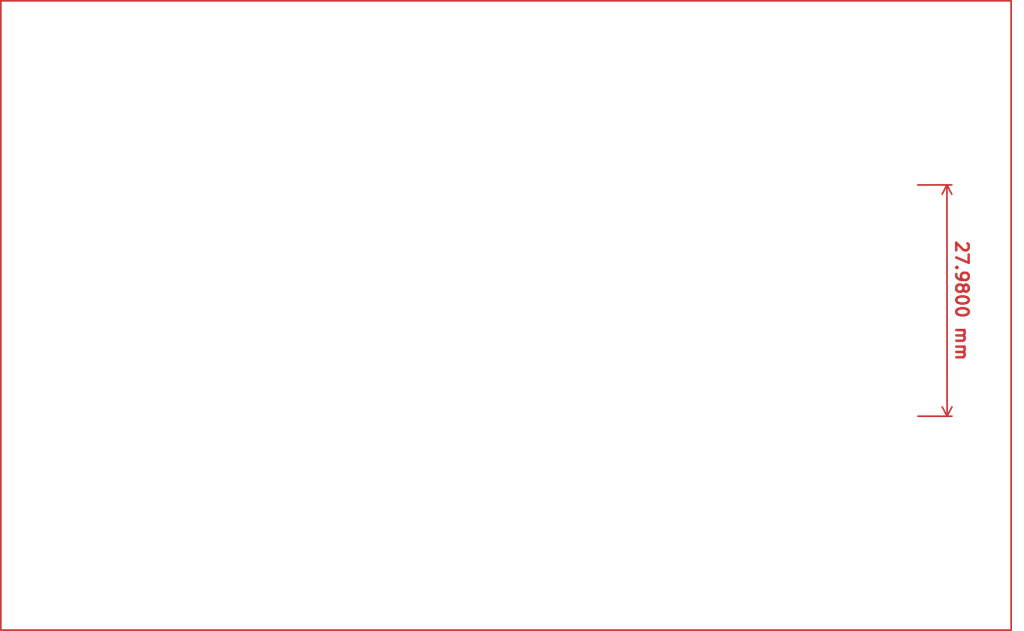
<source format=kicad_pcb>
(kicad_pcb (version 20221018) (generator pcbnew)

  (general
    (thickness 1.6)
  )

  (paper "A4")
  (layers
    (0 "F.Cu" signal)
    (31 "B.Cu" signal)
    (32 "B.Adhes" user "B.Adhesive")
    (33 "F.Adhes" user "F.Adhesive")
    (34 "B.Paste" user)
    (35 "F.Paste" user)
    (36 "B.SilkS" user "B.Silkscreen")
    (37 "F.SilkS" user "F.Silkscreen")
    (38 "B.Mask" user)
    (39 "F.Mask" user)
    (40 "Dwgs.User" user "User.Drawings")
    (41 "Cmts.User" user "User.Comments")
    (42 "Eco1.User" user "User.Eco1")
    (43 "Eco2.User" user "User.Eco2")
    (44 "Edge.Cuts" user)
    (45 "Margin" user)
    (46 "B.CrtYd" user "B.Courtyard")
    (47 "F.CrtYd" user "F.Courtyard")
    (48 "B.Fab" user)
    (49 "F.Fab" user)
    (50 "User.1" user)
    (51 "User.2" user)
    (52 "User.3" user)
    (53 "User.4" user)
    (54 "User.5" user)
    (55 "User.6" user)
    (56 "User.7" user)
    (57 "User.8" user)
    (58 "User.9" user)
  )

  (setup
    (pad_to_mask_clearance 0)
    (pcbplotparams
      (layerselection 0x00010fc_ffffffff)
      (plot_on_all_layers_selection 0x0000000_00000000)
      (disableapertmacros false)
      (usegerberextensions false)
      (usegerberattributes true)
      (usegerberadvancedattributes true)
      (creategerberjobfile true)
      (dashed_line_dash_ratio 12.000000)
      (dashed_line_gap_ratio 3.000000)
      (svgprecision 4)
      (plotframeref false)
      (viasonmask false)
      (mode 1)
      (useauxorigin false)
      (hpglpennumber 1)
      (hpglpenspeed 20)
      (hpglpendiameter 15.000000)
      (dxfpolygonmode true)
      (dxfimperialunits true)
      (dxfusepcbnewfont true)
      (psnegative false)
      (psa4output false)
      (plotreference true)
      (plotvalue true)
      (plotinvisibletext false)
      (sketchpadsonfab false)
      (subtractmaskfromsilk false)
      (outputformat 1)
      (mirror false)
      (drillshape 1)
      (scaleselection 1)
      (outputdirectory "")
    )
  )

  (net 0 "")

  (gr_rect (start 83.4 53.09) (end 205.52 129.21)
    (stroke (width 0.2) (type default)) (fill none) (layer "F.Cu") (tstamp 2505ab30-85d2-45c9-a944-ca47cc3ef79f))
  (dimension (type aligned) (layer "F.Cu") (tstamp 146aea52-6f47-4b68-9e89-fedc218eaae6)
    (pts (xy 193.737053 75.362876) (xy 193.757053 103.342876))
    (height -4.022948)
    (gr_text "27,9800 mm" (at 199.57 89.348713 270.0409548) (layer "F.Cu") (tstamp 146aea52-6f47-4b68-9e89-fedc218eaae6)
      (effects (font (size 1.5 1.5) (thickness 0.3)))
    )
    (format (prefix "") (suffix "") (units 3) (units_format 1) (precision 4))
    (style (thickness 0.2) (arrow_length 1.27) (text_position_mode 0) (extension_height 0.58642) (extension_offset 0.5) keep_text_aligned)
  )

)

</source>
